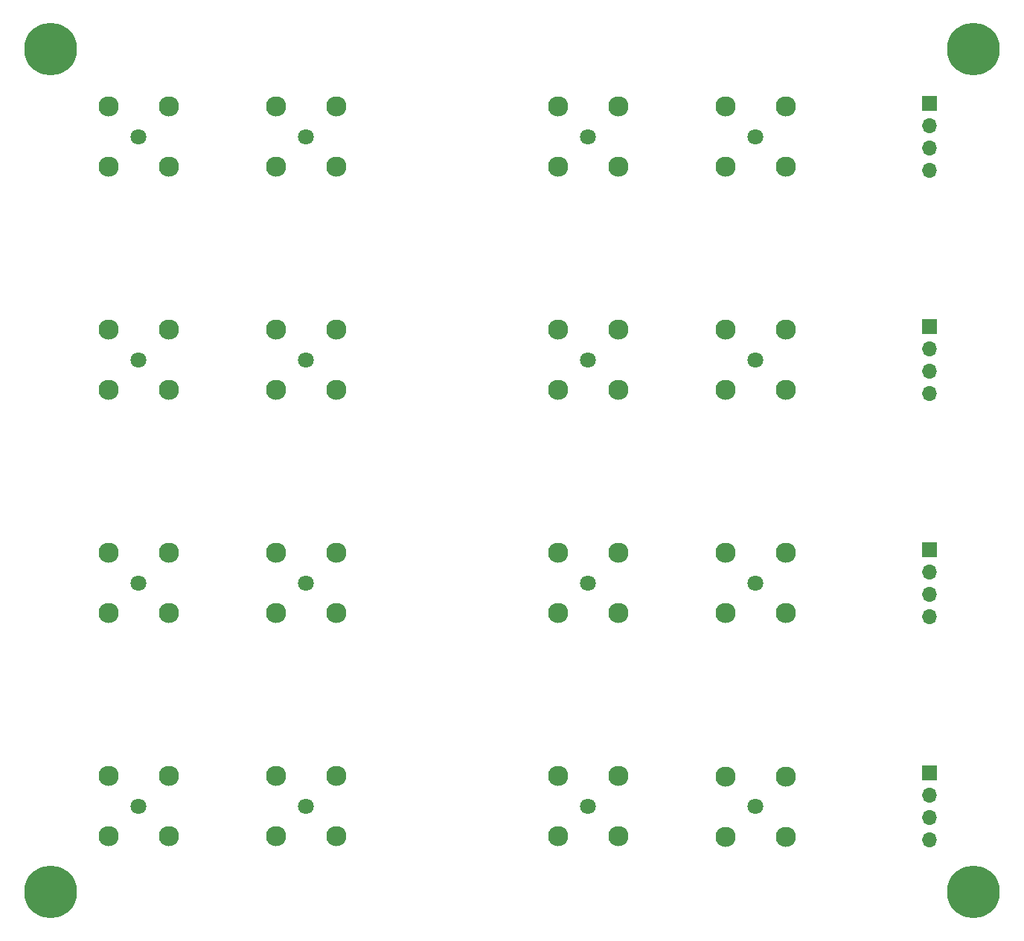
<source format=gbr>
%TF.GenerationSoftware,KiCad,Pcbnew,7.0.2*%
%TF.CreationDate,2023-10-26T19:02:47-06:00*%
%TF.ProjectId,LED_Probe_Breakout,4c45445f-5072-46f6-9265-5f427265616b,rev?*%
%TF.SameCoordinates,Original*%
%TF.FileFunction,Soldermask,Bot*%
%TF.FilePolarity,Negative*%
%FSLAX46Y46*%
G04 Gerber Fmt 4.6, Leading zero omitted, Abs format (unit mm)*
G04 Created by KiCad (PCBNEW 7.0.2) date 2023-10-26 19:02:47*
%MOMM*%
%LPD*%
G01*
G04 APERTURE LIST*
%ADD10C,1.800000*%
%ADD11C,2.300000*%
%ADD12C,6.000000*%
%ADD13R,1.700000X1.700000*%
%ADD14O,1.700000X1.700000*%
G04 APERTURE END LIST*
D10*
%TO.C,J14*%
X-15950000Y-76200000D03*
D11*
X-19379000Y-79629000D03*
X-12521000Y-79629000D03*
X-19379000Y-72771000D03*
X-12521000Y-72771000D03*
%TD*%
D10*
%TO.C,J4*%
X35179000Y0D03*
D11*
X31750000Y-3429000D03*
X38608000Y-3429000D03*
X31750000Y3429000D03*
X38608000Y3429000D03*
%TD*%
D10*
%TO.C,J17*%
X35179000Y-76230000D03*
D11*
X31750000Y-79659000D03*
X38608000Y-79659000D03*
X31750000Y-72801000D03*
X38608000Y-72801000D03*
%TD*%
D10*
%TO.C,J10*%
X-15950000Y-50800000D03*
D11*
X-19379000Y-54229000D03*
X-12521000Y-54229000D03*
X-19379000Y-47371000D03*
X-12521000Y-47371000D03*
%TD*%
D10*
%TO.C,J6*%
X-15950000Y-25400000D03*
D11*
X-19379000Y-28829000D03*
X-12521000Y-28829000D03*
X-19379000Y-21971000D03*
X-12521000Y-21971000D03*
%TD*%
D12*
%TO.C,H4*%
X60000000Y10000000D03*
%TD*%
D13*
%TO.C,J21*%
X55000000Y-72400000D03*
D14*
X55000000Y-74940000D03*
X55000000Y-77480000D03*
X55000000Y-80020000D03*
%TD*%
D10*
%TO.C,J3*%
X16129000Y0D03*
D11*
X12700000Y-3429000D03*
X19558000Y-3429000D03*
X12700000Y3429000D03*
X19558000Y3429000D03*
%TD*%
D10*
%TO.C,J11*%
X-35000000Y-50800000D03*
D11*
X-38429000Y-54229000D03*
X-31571000Y-54229000D03*
X-38429000Y-47371000D03*
X-31571000Y-47371000D03*
%TD*%
D13*
%TO.C,J19*%
X55000000Y-21600000D03*
D14*
X55000000Y-24140000D03*
X55000000Y-26680000D03*
X55000000Y-29220000D03*
%TD*%
D13*
%TO.C,J20*%
X55000000Y-47000000D03*
D14*
X55000000Y-49540000D03*
X55000000Y-52080000D03*
X55000000Y-54620000D03*
%TD*%
D10*
%TO.C,J7*%
X-35000000Y-25400000D03*
D11*
X-38429000Y-28829000D03*
X-31571000Y-28829000D03*
X-38429000Y-21971000D03*
X-31571000Y-21971000D03*
%TD*%
D12*
%TO.C,H1*%
X60000000Y-86000000D03*
%TD*%
D13*
%TO.C,J18*%
X55000000Y3800000D03*
D14*
X55000000Y1260000D03*
X55000000Y-1280000D03*
X55000000Y-3820000D03*
%TD*%
D10*
%TO.C,J15*%
X-35000000Y-76200000D03*
D11*
X-38429000Y-79629000D03*
X-31571000Y-79629000D03*
X-38429000Y-72771000D03*
X-31571000Y-72771000D03*
%TD*%
D10*
%TO.C,J5*%
X-15950000Y0D03*
D11*
X-19379000Y-3429000D03*
X-12521000Y-3429000D03*
X-19379000Y3429000D03*
X-12521000Y3429000D03*
%TD*%
D10*
%TO.C,J2*%
X-35000000Y0D03*
D11*
X-38429000Y-3429000D03*
X-31571000Y-3429000D03*
X-38429000Y3429000D03*
X-31571000Y3429000D03*
%TD*%
D12*
%TO.C,H3*%
X-45000000Y-86000000D03*
%TD*%
D10*
%TO.C,J12*%
X16129000Y-50800000D03*
D11*
X12700000Y-54229000D03*
X19558000Y-54229000D03*
X12700000Y-47371000D03*
X19558000Y-47371000D03*
%TD*%
D10*
%TO.C,J8*%
X16129000Y-25400000D03*
D11*
X12700000Y-28829000D03*
X19558000Y-28829000D03*
X12700000Y-21971000D03*
X19558000Y-21971000D03*
%TD*%
D10*
%TO.C,J9*%
X35179000Y-25400000D03*
D11*
X31750000Y-28829000D03*
X38608000Y-28829000D03*
X31750000Y-21971000D03*
X38608000Y-21971000D03*
%TD*%
D10*
%TO.C,J13*%
X35179000Y-50800000D03*
D11*
X31750000Y-54229000D03*
X38608000Y-54229000D03*
X31750000Y-47371000D03*
X38608000Y-47371000D03*
%TD*%
D10*
%TO.C,J16*%
X16129000Y-76200000D03*
D11*
X12700000Y-79629000D03*
X19558000Y-79629000D03*
X12700000Y-72771000D03*
X19558000Y-72771000D03*
%TD*%
D12*
%TO.C,H2*%
X-45000000Y10000000D03*
%TD*%
M02*

</source>
